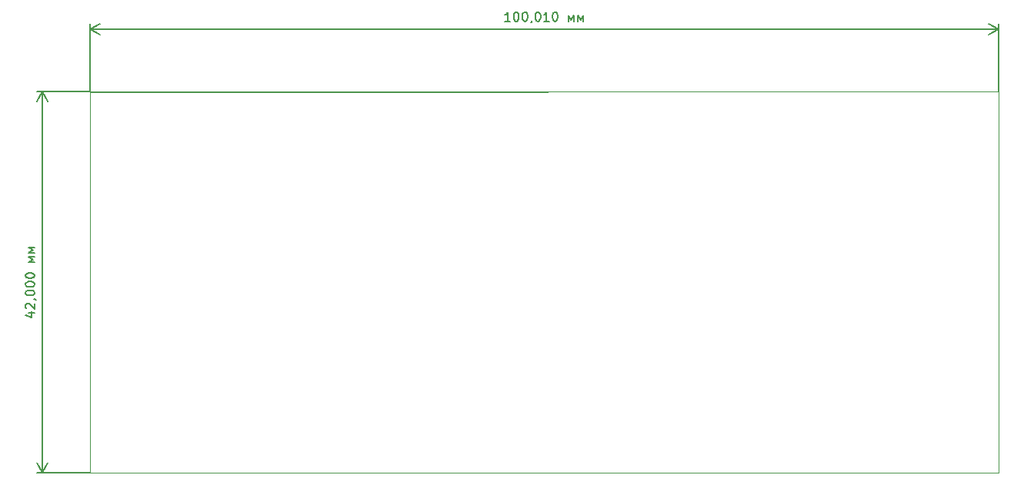
<source format=gbr>
%TF.GenerationSoftware,KiCad,Pcbnew,(5.1.7)-1*%
%TF.CreationDate,2020-10-28T13:08:51+04:00*%
%TF.ProjectId,stm32-home-light,73746d33-322d-4686-9f6d-652d6c696768,rev?*%
%TF.SameCoordinates,Original*%
%TF.FileFunction,OtherDrawing,Comment*%
%FSLAX46Y46*%
G04 Gerber Fmt 4.6, Leading zero omitted, Abs format (unit mm)*
G04 Created by KiCad (PCBNEW (5.1.7)-1) date 2020-10-28 13:08:51*
%MOMM*%
%LPD*%
G01*
G04 APERTURE LIST*
%TA.AperFunction,Profile*%
%ADD10C,0.100000*%
%TD*%
%ADD11C,0.150000*%
G04 APERTURE END LIST*
D10*
X229760000Y227500000D02*
X229760000Y185500000D01*
X129760000Y227410000D02*
X229760000Y227500000D01*
X129760000Y185500000D02*
X129760000Y227410000D01*
X229760000Y185500000D02*
X129760000Y185500000D01*
X129760000Y185500000D02*
X129760000Y227500000D01*
D11*
X122985714Y203119047D02*
X123652380Y203119047D01*
X122604761Y202880952D02*
X123319047Y202642857D01*
X123319047Y203261904D01*
X122747619Y203595238D02*
X122700000Y203642857D01*
X122652380Y203738095D01*
X122652380Y203976190D01*
X122700000Y204071428D01*
X122747619Y204119047D01*
X122842857Y204166666D01*
X122938095Y204166666D01*
X123080952Y204119047D01*
X123652380Y203547619D01*
X123652380Y204166666D01*
X123604761Y204642857D02*
X123652380Y204642857D01*
X123747619Y204595238D01*
X123795238Y204547619D01*
X122652380Y205261904D02*
X122652380Y205357142D01*
X122700000Y205452380D01*
X122747619Y205500000D01*
X122842857Y205547619D01*
X123033333Y205595238D01*
X123271428Y205595238D01*
X123461904Y205547619D01*
X123557142Y205500000D01*
X123604761Y205452380D01*
X123652380Y205357142D01*
X123652380Y205261904D01*
X123604761Y205166666D01*
X123557142Y205119047D01*
X123461904Y205071428D01*
X123271428Y205023809D01*
X123033333Y205023809D01*
X122842857Y205071428D01*
X122747619Y205119047D01*
X122700000Y205166666D01*
X122652380Y205261904D01*
X122652380Y206214285D02*
X122652380Y206309523D01*
X122700000Y206404761D01*
X122747619Y206452380D01*
X122842857Y206500000D01*
X123033333Y206547619D01*
X123271428Y206547619D01*
X123461904Y206500000D01*
X123557142Y206452380D01*
X123604761Y206404761D01*
X123652380Y206309523D01*
X123652380Y206214285D01*
X123604761Y206119047D01*
X123557142Y206071428D01*
X123461904Y206023809D01*
X123271428Y205976190D01*
X123033333Y205976190D01*
X122842857Y206023809D01*
X122747619Y206071428D01*
X122700000Y206119047D01*
X122652380Y206214285D01*
X122652380Y207166666D02*
X122652380Y207261904D01*
X122700000Y207357142D01*
X122747619Y207404761D01*
X122842857Y207452380D01*
X123033333Y207500000D01*
X123271428Y207500000D01*
X123461904Y207452380D01*
X123557142Y207404761D01*
X123604761Y207357142D01*
X123652380Y207261904D01*
X123652380Y207166666D01*
X123604761Y207071428D01*
X123557142Y207023809D01*
X123461904Y206976190D01*
X123271428Y206928571D01*
X123033333Y206928571D01*
X122842857Y206976190D01*
X122747619Y207023809D01*
X122700000Y207071428D01*
X122652380Y207166666D01*
X123652380Y208690476D02*
X122985714Y208690476D01*
X123509523Y208976190D01*
X122985714Y209261904D01*
X123652380Y209261904D01*
X123652380Y209738095D02*
X122985714Y209738095D01*
X123509523Y210023809D01*
X122985714Y210309523D01*
X123652380Y210309523D01*
X124500000Y185500000D02*
X124500000Y227500000D01*
X129750000Y185500000D02*
X123913579Y185500000D01*
X129750000Y227500000D02*
X123913579Y227500000D01*
X124500000Y227500000D02*
X125086421Y226373496D01*
X124500000Y227500000D02*
X123913579Y226373496D01*
X124500000Y185500000D02*
X125086421Y186626504D01*
X124500000Y185500000D02*
X123913579Y186626504D01*
X175993095Y235242619D02*
X175421666Y235242619D01*
X175707380Y235242619D02*
X175707380Y236242619D01*
X175612142Y236099761D01*
X175516904Y236004523D01*
X175421666Y235956904D01*
X176612142Y236242619D02*
X176707380Y236242619D01*
X176802619Y236195000D01*
X176850238Y236147380D01*
X176897857Y236052142D01*
X176945476Y235861666D01*
X176945476Y235623571D01*
X176897857Y235433095D01*
X176850238Y235337857D01*
X176802619Y235290238D01*
X176707380Y235242619D01*
X176612142Y235242619D01*
X176516904Y235290238D01*
X176469285Y235337857D01*
X176421666Y235433095D01*
X176374047Y235623571D01*
X176374047Y235861666D01*
X176421666Y236052142D01*
X176469285Y236147380D01*
X176516904Y236195000D01*
X176612142Y236242619D01*
X177564523Y236242619D02*
X177659761Y236242619D01*
X177755000Y236195000D01*
X177802619Y236147380D01*
X177850238Y236052142D01*
X177897857Y235861666D01*
X177897857Y235623571D01*
X177850238Y235433095D01*
X177802619Y235337857D01*
X177755000Y235290238D01*
X177659761Y235242619D01*
X177564523Y235242619D01*
X177469285Y235290238D01*
X177421666Y235337857D01*
X177374047Y235433095D01*
X177326428Y235623571D01*
X177326428Y235861666D01*
X177374047Y236052142D01*
X177421666Y236147380D01*
X177469285Y236195000D01*
X177564523Y236242619D01*
X178374047Y235290238D02*
X178374047Y235242619D01*
X178326428Y235147380D01*
X178278809Y235099761D01*
X178993095Y236242619D02*
X179088333Y236242619D01*
X179183571Y236195000D01*
X179231190Y236147380D01*
X179278809Y236052142D01*
X179326428Y235861666D01*
X179326428Y235623571D01*
X179278809Y235433095D01*
X179231190Y235337857D01*
X179183571Y235290238D01*
X179088333Y235242619D01*
X178993095Y235242619D01*
X178897857Y235290238D01*
X178850238Y235337857D01*
X178802619Y235433095D01*
X178755000Y235623571D01*
X178755000Y235861666D01*
X178802619Y236052142D01*
X178850238Y236147380D01*
X178897857Y236195000D01*
X178993095Y236242619D01*
X180278809Y235242619D02*
X179707380Y235242619D01*
X179993095Y235242619D02*
X179993095Y236242619D01*
X179897857Y236099761D01*
X179802619Y236004523D01*
X179707380Y235956904D01*
X180897857Y236242619D02*
X180993095Y236242619D01*
X181088333Y236195000D01*
X181135952Y236147380D01*
X181183571Y236052142D01*
X181231190Y235861666D01*
X181231190Y235623571D01*
X181183571Y235433095D01*
X181135952Y235337857D01*
X181088333Y235290238D01*
X180993095Y235242619D01*
X180897857Y235242619D01*
X180802619Y235290238D01*
X180755000Y235337857D01*
X180707380Y235433095D01*
X180659761Y235623571D01*
X180659761Y235861666D01*
X180707380Y236052142D01*
X180755000Y236147380D01*
X180802619Y236195000D01*
X180897857Y236242619D01*
X182421666Y235242619D02*
X182421666Y235909285D01*
X182707380Y235385476D01*
X182993095Y235909285D01*
X182993095Y235242619D01*
X183469285Y235242619D02*
X183469285Y235909285D01*
X183755000Y235385476D01*
X184040714Y235909285D01*
X184040714Y235242619D01*
X129750000Y234395000D02*
X229760000Y234395000D01*
X129750000Y227500000D02*
X129750000Y234981421D01*
X229760000Y227500000D02*
X229760000Y234981421D01*
X229760000Y234395000D02*
X228633496Y233808579D01*
X229760000Y234395000D02*
X228633496Y234981421D01*
X129750000Y234395000D02*
X130876504Y233808579D01*
X129750000Y234395000D02*
X130876504Y234981421D01*
D10*
X129760000Y227500000D02*
X229760000Y227500000D01*
M02*

</source>
